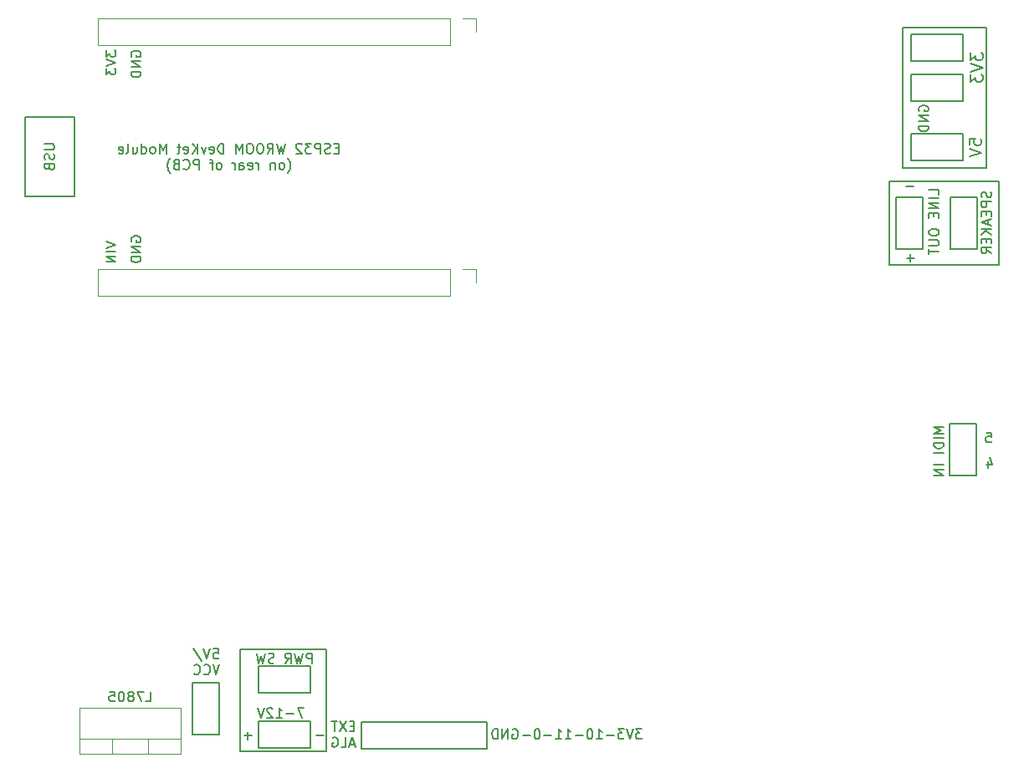
<source format=gbr>
%TF.GenerationSoftware,KiCad,Pcbnew,7.0.9*%
%TF.CreationDate,2024-04-28T18:27:12+01:00*%
%TF.ProjectId,Esp32EduModular,45737033-3245-4647-954d-6f64756c6172,rev?*%
%TF.SameCoordinates,Original*%
%TF.FileFunction,Legend,Bot*%
%TF.FilePolarity,Positive*%
%FSLAX46Y46*%
G04 Gerber Fmt 4.6, Leading zero omitted, Abs format (unit mm)*
G04 Created by KiCad (PCBNEW 7.0.9) date 2024-04-28 18:27:12*
%MOMM*%
%LPD*%
G01*
G04 APERTURE LIST*
%ADD10C,0.150000*%
%ADD11C,0.200000*%
%ADD12C,0.120000*%
G04 APERTURE END LIST*
D10*
X72760000Y-138940000D02*
X81510000Y-138940000D01*
X81510000Y-149220000D01*
X72760000Y-149220000D01*
X72760000Y-138940000D01*
X140690000Y-80660000D02*
X145900000Y-80660000D01*
X145900000Y-83370000D01*
X140690000Y-83370000D01*
X140690000Y-80660000D01*
X51000000Y-85000000D02*
X56000000Y-85000000D01*
X56000000Y-93000000D01*
X51000000Y-93000000D01*
X51000000Y-85000000D01*
X144590000Y-116095000D02*
X147300000Y-116095000D01*
X147300000Y-121305000D01*
X144590000Y-121305000D01*
X144590000Y-116095000D01*
X139100000Y-93115000D02*
X141810000Y-93115000D01*
X141810000Y-98325000D01*
X139100000Y-98325000D01*
X139100000Y-93115000D01*
X144640000Y-93135000D02*
X147350000Y-93135000D01*
X147350000Y-98345000D01*
X144640000Y-98345000D01*
X144640000Y-93135000D01*
X138445000Y-91480000D02*
X149525000Y-91480000D01*
X149525000Y-99970000D01*
X138445000Y-99970000D01*
X138445000Y-91480000D01*
X74655000Y-146240000D02*
X79865000Y-146240000D01*
X79865000Y-148950000D01*
X74655000Y-148950000D01*
X74655000Y-146240000D01*
X85005000Y-146280000D02*
X97755000Y-146280000D01*
X97755000Y-148990000D01*
X85005000Y-148990000D01*
X85005000Y-146280000D01*
X67920000Y-142320000D02*
X70630000Y-142320000D01*
X70630000Y-147530000D01*
X67920000Y-147530000D01*
X67920000Y-142320000D01*
X140660000Y-86660000D02*
X145870000Y-86660000D01*
X145870000Y-89370000D01*
X140660000Y-89370000D01*
X140660000Y-86660000D01*
X74625000Y-140650000D02*
X79835000Y-140650000D01*
X79835000Y-143360000D01*
X74625000Y-143360000D01*
X74625000Y-140650000D01*
X139812498Y-75915000D02*
X148307499Y-75915000D01*
X148307499Y-90160000D01*
X139812498Y-90160000D01*
X139812498Y-75915000D01*
X140690000Y-76640000D02*
X145900000Y-76640000D01*
X145900000Y-79350000D01*
X140690000Y-79350000D01*
X140690000Y-76640000D01*
D11*
X148419523Y-119845552D02*
X148419523Y-120512219D01*
X148657618Y-119464600D02*
X148895713Y-120178885D01*
X148895713Y-120178885D02*
X148276666Y-120178885D01*
D10*
X143479819Y-92865714D02*
X143479819Y-92389524D01*
X143479819Y-92389524D02*
X142479819Y-92389524D01*
X143479819Y-93199048D02*
X142479819Y-93199048D01*
X143479819Y-93675238D02*
X142479819Y-93675238D01*
X142479819Y-93675238D02*
X143479819Y-94246666D01*
X143479819Y-94246666D02*
X142479819Y-94246666D01*
X142956009Y-94722857D02*
X142956009Y-95056190D01*
X143479819Y-95199047D02*
X143479819Y-94722857D01*
X143479819Y-94722857D02*
X142479819Y-94722857D01*
X142479819Y-94722857D02*
X142479819Y-95199047D01*
X142479819Y-96580000D02*
X142479819Y-96770476D01*
X142479819Y-96770476D02*
X142527438Y-96865714D01*
X142527438Y-96865714D02*
X142622676Y-96960952D01*
X142622676Y-96960952D02*
X142813152Y-97008571D01*
X142813152Y-97008571D02*
X143146485Y-97008571D01*
X143146485Y-97008571D02*
X143336961Y-96960952D01*
X143336961Y-96960952D02*
X143432200Y-96865714D01*
X143432200Y-96865714D02*
X143479819Y-96770476D01*
X143479819Y-96770476D02*
X143479819Y-96580000D01*
X143479819Y-96580000D02*
X143432200Y-96484762D01*
X143432200Y-96484762D02*
X143336961Y-96389524D01*
X143336961Y-96389524D02*
X143146485Y-96341905D01*
X143146485Y-96341905D02*
X142813152Y-96341905D01*
X142813152Y-96341905D02*
X142622676Y-96389524D01*
X142622676Y-96389524D02*
X142527438Y-96484762D01*
X142527438Y-96484762D02*
X142479819Y-96580000D01*
X142479819Y-97437143D02*
X143289342Y-97437143D01*
X143289342Y-97437143D02*
X143384580Y-97484762D01*
X143384580Y-97484762D02*
X143432200Y-97532381D01*
X143432200Y-97532381D02*
X143479819Y-97627619D01*
X143479819Y-97627619D02*
X143479819Y-97818095D01*
X143479819Y-97818095D02*
X143432200Y-97913333D01*
X143432200Y-97913333D02*
X143384580Y-97960952D01*
X143384580Y-97960952D02*
X143289342Y-98008571D01*
X143289342Y-98008571D02*
X142479819Y-98008571D01*
X142479819Y-98341905D02*
X142479819Y-98913333D01*
X143479819Y-98627619D02*
X142479819Y-98627619D01*
D11*
X140129048Y-91973733D02*
X140890953Y-91973733D01*
X73930951Y-147676266D02*
X73169047Y-147676266D01*
X73549999Y-148057219D02*
X73549999Y-147295314D01*
X146572742Y-87798720D02*
X146572742Y-87227292D01*
X146572742Y-87227292D02*
X147144171Y-87170149D01*
X147144171Y-87170149D02*
X147087028Y-87227292D01*
X147087028Y-87227292D02*
X147029885Y-87341578D01*
X147029885Y-87341578D02*
X147029885Y-87627292D01*
X147029885Y-87627292D02*
X147087028Y-87741578D01*
X147087028Y-87741578D02*
X147144171Y-87798720D01*
X147144171Y-87798720D02*
X147258457Y-87855863D01*
X147258457Y-87855863D02*
X147544171Y-87855863D01*
X147544171Y-87855863D02*
X147658457Y-87798720D01*
X147658457Y-87798720D02*
X147715600Y-87741578D01*
X147715600Y-87741578D02*
X147772742Y-87627292D01*
X147772742Y-87627292D02*
X147772742Y-87341578D01*
X147772742Y-87341578D02*
X147715600Y-87227292D01*
X147715600Y-87227292D02*
X147658457Y-87170149D01*
X146572742Y-88198720D02*
X147772742Y-88598720D01*
X147772742Y-88598720D02*
X146572742Y-88998720D01*
D10*
X143974819Y-116367620D02*
X142974819Y-116367620D01*
X142974819Y-116367620D02*
X143689104Y-116700953D01*
X143689104Y-116700953D02*
X142974819Y-117034286D01*
X142974819Y-117034286D02*
X143974819Y-117034286D01*
X143974819Y-117510477D02*
X142974819Y-117510477D01*
X143974819Y-117986667D02*
X142974819Y-117986667D01*
X142974819Y-117986667D02*
X142974819Y-118224762D01*
X142974819Y-118224762D02*
X143022438Y-118367619D01*
X143022438Y-118367619D02*
X143117676Y-118462857D01*
X143117676Y-118462857D02*
X143212914Y-118510476D01*
X143212914Y-118510476D02*
X143403390Y-118558095D01*
X143403390Y-118558095D02*
X143546247Y-118558095D01*
X143546247Y-118558095D02*
X143736723Y-118510476D01*
X143736723Y-118510476D02*
X143831961Y-118462857D01*
X143831961Y-118462857D02*
X143927200Y-118367619D01*
X143927200Y-118367619D02*
X143974819Y-118224762D01*
X143974819Y-118224762D02*
X143974819Y-117986667D01*
X143974819Y-118986667D02*
X142974819Y-118986667D01*
X143974819Y-120224762D02*
X142974819Y-120224762D01*
X143974819Y-120700952D02*
X142974819Y-120700952D01*
X142974819Y-120700952D02*
X143974819Y-121272380D01*
X143974819Y-121272380D02*
X142974819Y-121272380D01*
X141487438Y-84370588D02*
X141439819Y-84275350D01*
X141439819Y-84275350D02*
X141439819Y-84132493D01*
X141439819Y-84132493D02*
X141487438Y-83989636D01*
X141487438Y-83989636D02*
X141582676Y-83894398D01*
X141582676Y-83894398D02*
X141677914Y-83846779D01*
X141677914Y-83846779D02*
X141868390Y-83799160D01*
X141868390Y-83799160D02*
X142011247Y-83799160D01*
X142011247Y-83799160D02*
X142201723Y-83846779D01*
X142201723Y-83846779D02*
X142296961Y-83894398D01*
X142296961Y-83894398D02*
X142392200Y-83989636D01*
X142392200Y-83989636D02*
X142439819Y-84132493D01*
X142439819Y-84132493D02*
X142439819Y-84227731D01*
X142439819Y-84227731D02*
X142392200Y-84370588D01*
X142392200Y-84370588D02*
X142344580Y-84418207D01*
X142344580Y-84418207D02*
X142011247Y-84418207D01*
X142011247Y-84418207D02*
X142011247Y-84227731D01*
X142439819Y-84846779D02*
X141439819Y-84846779D01*
X141439819Y-84846779D02*
X142439819Y-85418207D01*
X142439819Y-85418207D02*
X141439819Y-85418207D01*
X142439819Y-85894398D02*
X141439819Y-85894398D01*
X141439819Y-85894398D02*
X141439819Y-86132493D01*
X141439819Y-86132493D02*
X141487438Y-86275350D01*
X141487438Y-86275350D02*
X141582676Y-86370588D01*
X141582676Y-86370588D02*
X141677914Y-86418207D01*
X141677914Y-86418207D02*
X141868390Y-86465826D01*
X141868390Y-86465826D02*
X142011247Y-86465826D01*
X142011247Y-86465826D02*
X142201723Y-86418207D01*
X142201723Y-86418207D02*
X142296961Y-86370588D01*
X142296961Y-86370588D02*
X142392200Y-86275350D01*
X142392200Y-86275350D02*
X142439819Y-86132493D01*
X142439819Y-86132493D02*
X142439819Y-85894398D01*
X148722200Y-92570952D02*
X148769819Y-92713809D01*
X148769819Y-92713809D02*
X148769819Y-92951904D01*
X148769819Y-92951904D02*
X148722200Y-93047142D01*
X148722200Y-93047142D02*
X148674580Y-93094761D01*
X148674580Y-93094761D02*
X148579342Y-93142380D01*
X148579342Y-93142380D02*
X148484104Y-93142380D01*
X148484104Y-93142380D02*
X148388866Y-93094761D01*
X148388866Y-93094761D02*
X148341247Y-93047142D01*
X148341247Y-93047142D02*
X148293628Y-92951904D01*
X148293628Y-92951904D02*
X148246009Y-92761428D01*
X148246009Y-92761428D02*
X148198390Y-92666190D01*
X148198390Y-92666190D02*
X148150771Y-92618571D01*
X148150771Y-92618571D02*
X148055533Y-92570952D01*
X148055533Y-92570952D02*
X147960295Y-92570952D01*
X147960295Y-92570952D02*
X147865057Y-92618571D01*
X147865057Y-92618571D02*
X147817438Y-92666190D01*
X147817438Y-92666190D02*
X147769819Y-92761428D01*
X147769819Y-92761428D02*
X147769819Y-92999523D01*
X147769819Y-92999523D02*
X147817438Y-93142380D01*
X148769819Y-93570952D02*
X147769819Y-93570952D01*
X147769819Y-93570952D02*
X147769819Y-93951904D01*
X147769819Y-93951904D02*
X147817438Y-94047142D01*
X147817438Y-94047142D02*
X147865057Y-94094761D01*
X147865057Y-94094761D02*
X147960295Y-94142380D01*
X147960295Y-94142380D02*
X148103152Y-94142380D01*
X148103152Y-94142380D02*
X148198390Y-94094761D01*
X148198390Y-94094761D02*
X148246009Y-94047142D01*
X148246009Y-94047142D02*
X148293628Y-93951904D01*
X148293628Y-93951904D02*
X148293628Y-93570952D01*
X148246009Y-94570952D02*
X148246009Y-94904285D01*
X148769819Y-95047142D02*
X148769819Y-94570952D01*
X148769819Y-94570952D02*
X147769819Y-94570952D01*
X147769819Y-94570952D02*
X147769819Y-95047142D01*
X148484104Y-95428095D02*
X148484104Y-95904285D01*
X148769819Y-95332857D02*
X147769819Y-95666190D01*
X147769819Y-95666190D02*
X148769819Y-95999523D01*
X148769819Y-96332857D02*
X147769819Y-96332857D01*
X148769819Y-96904285D02*
X148198390Y-96475714D01*
X147769819Y-96904285D02*
X148341247Y-96332857D01*
X148246009Y-97332857D02*
X148246009Y-97666190D01*
X148769819Y-97809047D02*
X148769819Y-97332857D01*
X148769819Y-97332857D02*
X147769819Y-97332857D01*
X147769819Y-97332857D02*
X147769819Y-97809047D01*
X148769819Y-98809047D02*
X148293628Y-98475714D01*
X148769819Y-98237619D02*
X147769819Y-98237619D01*
X147769819Y-98237619D02*
X147769819Y-98618571D01*
X147769819Y-98618571D02*
X147817438Y-98713809D01*
X147817438Y-98713809D02*
X147865057Y-98761428D01*
X147865057Y-98761428D02*
X147960295Y-98809047D01*
X147960295Y-98809047D02*
X148103152Y-98809047D01*
X148103152Y-98809047D02*
X148198390Y-98761428D01*
X148198390Y-98761428D02*
X148246009Y-98713809D01*
X148246009Y-98713809D02*
X148293628Y-98618571D01*
X148293628Y-98618571D02*
X148293628Y-98237619D01*
X61762438Y-97615601D02*
X61714819Y-97520363D01*
X61714819Y-97520363D02*
X61714819Y-97377506D01*
X61714819Y-97377506D02*
X61762438Y-97234649D01*
X61762438Y-97234649D02*
X61857676Y-97139411D01*
X61857676Y-97139411D02*
X61952914Y-97091792D01*
X61952914Y-97091792D02*
X62143390Y-97044173D01*
X62143390Y-97044173D02*
X62286247Y-97044173D01*
X62286247Y-97044173D02*
X62476723Y-97091792D01*
X62476723Y-97091792D02*
X62571961Y-97139411D01*
X62571961Y-97139411D02*
X62667200Y-97234649D01*
X62667200Y-97234649D02*
X62714819Y-97377506D01*
X62714819Y-97377506D02*
X62714819Y-97472744D01*
X62714819Y-97472744D02*
X62667200Y-97615601D01*
X62667200Y-97615601D02*
X62619580Y-97663220D01*
X62619580Y-97663220D02*
X62286247Y-97663220D01*
X62286247Y-97663220D02*
X62286247Y-97472744D01*
X62714819Y-98091792D02*
X61714819Y-98091792D01*
X61714819Y-98091792D02*
X62714819Y-98663220D01*
X62714819Y-98663220D02*
X61714819Y-98663220D01*
X62714819Y-99139411D02*
X61714819Y-99139411D01*
X61714819Y-99139411D02*
X61714819Y-99377506D01*
X61714819Y-99377506D02*
X61762438Y-99520363D01*
X61762438Y-99520363D02*
X61857676Y-99615601D01*
X61857676Y-99615601D02*
X61952914Y-99663220D01*
X61952914Y-99663220D02*
X62143390Y-99710839D01*
X62143390Y-99710839D02*
X62286247Y-99710839D01*
X62286247Y-99710839D02*
X62476723Y-99663220D01*
X62476723Y-99663220D02*
X62571961Y-99615601D01*
X62571961Y-99615601D02*
X62667200Y-99520363D01*
X62667200Y-99520363D02*
X62714819Y-99377506D01*
X62714819Y-99377506D02*
X62714819Y-99139411D01*
D11*
X148271904Y-116952219D02*
X148748094Y-116952219D01*
X148748094Y-116952219D02*
X148795713Y-117428409D01*
X148795713Y-117428409D02*
X148748094Y-117380790D01*
X148748094Y-117380790D02*
X148652856Y-117333171D01*
X148652856Y-117333171D02*
X148414761Y-117333171D01*
X148414761Y-117333171D02*
X148319523Y-117380790D01*
X148319523Y-117380790D02*
X148271904Y-117428409D01*
X148271904Y-117428409D02*
X148224285Y-117523647D01*
X148224285Y-117523647D02*
X148224285Y-117761742D01*
X148224285Y-117761742D02*
X148271904Y-117856980D01*
X148271904Y-117856980D02*
X148319523Y-117904600D01*
X148319523Y-117904600D02*
X148414761Y-117952219D01*
X148414761Y-117952219D02*
X148652856Y-117952219D01*
X148652856Y-117952219D02*
X148748094Y-117904600D01*
X148748094Y-117904600D02*
X148795713Y-117856980D01*
D10*
X80031904Y-140324819D02*
X80031904Y-139324819D01*
X80031904Y-139324819D02*
X79650952Y-139324819D01*
X79650952Y-139324819D02*
X79555714Y-139372438D01*
X79555714Y-139372438D02*
X79508095Y-139420057D01*
X79508095Y-139420057D02*
X79460476Y-139515295D01*
X79460476Y-139515295D02*
X79460476Y-139658152D01*
X79460476Y-139658152D02*
X79508095Y-139753390D01*
X79508095Y-139753390D02*
X79555714Y-139801009D01*
X79555714Y-139801009D02*
X79650952Y-139848628D01*
X79650952Y-139848628D02*
X80031904Y-139848628D01*
X79127142Y-139324819D02*
X78889047Y-140324819D01*
X78889047Y-140324819D02*
X78698571Y-139610533D01*
X78698571Y-139610533D02*
X78508095Y-140324819D01*
X78508095Y-140324819D02*
X78270000Y-139324819D01*
X77317619Y-140324819D02*
X77650952Y-139848628D01*
X77889047Y-140324819D02*
X77889047Y-139324819D01*
X77889047Y-139324819D02*
X77508095Y-139324819D01*
X77508095Y-139324819D02*
X77412857Y-139372438D01*
X77412857Y-139372438D02*
X77365238Y-139420057D01*
X77365238Y-139420057D02*
X77317619Y-139515295D01*
X77317619Y-139515295D02*
X77317619Y-139658152D01*
X77317619Y-139658152D02*
X77365238Y-139753390D01*
X77365238Y-139753390D02*
X77412857Y-139801009D01*
X77412857Y-139801009D02*
X77508095Y-139848628D01*
X77508095Y-139848628D02*
X77889047Y-139848628D01*
X76174761Y-140277200D02*
X76031904Y-140324819D01*
X76031904Y-140324819D02*
X75793809Y-140324819D01*
X75793809Y-140324819D02*
X75698571Y-140277200D01*
X75698571Y-140277200D02*
X75650952Y-140229580D01*
X75650952Y-140229580D02*
X75603333Y-140134342D01*
X75603333Y-140134342D02*
X75603333Y-140039104D01*
X75603333Y-140039104D02*
X75650952Y-139943866D01*
X75650952Y-139943866D02*
X75698571Y-139896247D01*
X75698571Y-139896247D02*
X75793809Y-139848628D01*
X75793809Y-139848628D02*
X75984285Y-139801009D01*
X75984285Y-139801009D02*
X76079523Y-139753390D01*
X76079523Y-139753390D02*
X76127142Y-139705771D01*
X76127142Y-139705771D02*
X76174761Y-139610533D01*
X76174761Y-139610533D02*
X76174761Y-139515295D01*
X76174761Y-139515295D02*
X76127142Y-139420057D01*
X76127142Y-139420057D02*
X76079523Y-139372438D01*
X76079523Y-139372438D02*
X75984285Y-139324819D01*
X75984285Y-139324819D02*
X75746190Y-139324819D01*
X75746190Y-139324819D02*
X75603333Y-139372438D01*
X75269999Y-139324819D02*
X75031904Y-140324819D01*
X75031904Y-140324819D02*
X74841428Y-139610533D01*
X74841428Y-139610533D02*
X74650952Y-140324819D01*
X74650952Y-140324819D02*
X74412857Y-139324819D01*
D11*
X140209048Y-99293733D02*
X140970953Y-99293733D01*
X140590000Y-98912780D02*
X140590000Y-99674685D01*
D10*
X59174819Y-97615602D02*
X60174819Y-97948935D01*
X60174819Y-97948935D02*
X59174819Y-98282268D01*
X60174819Y-98615602D02*
X59174819Y-98615602D01*
X60174819Y-99091792D02*
X59174819Y-99091792D01*
X59174819Y-99091792D02*
X60174819Y-99663220D01*
X60174819Y-99663220D02*
X59174819Y-99663220D01*
X79223332Y-144844819D02*
X78556666Y-144844819D01*
X78556666Y-144844819D02*
X78985237Y-145844819D01*
X78175713Y-145463866D02*
X77413809Y-145463866D01*
X76413809Y-145844819D02*
X76985237Y-145844819D01*
X76699523Y-145844819D02*
X76699523Y-144844819D01*
X76699523Y-144844819D02*
X76794761Y-144987676D01*
X76794761Y-144987676D02*
X76889999Y-145082914D01*
X76889999Y-145082914D02*
X76985237Y-145130533D01*
X76032856Y-144940057D02*
X75985237Y-144892438D01*
X75985237Y-144892438D02*
X75889999Y-144844819D01*
X75889999Y-144844819D02*
X75651904Y-144844819D01*
X75651904Y-144844819D02*
X75556666Y-144892438D01*
X75556666Y-144892438D02*
X75509047Y-144940057D01*
X75509047Y-144940057D02*
X75461428Y-145035295D01*
X75461428Y-145035295D02*
X75461428Y-145130533D01*
X75461428Y-145130533D02*
X75509047Y-145273390D01*
X75509047Y-145273390D02*
X76080475Y-145844819D01*
X76080475Y-145844819D02*
X75461428Y-145844819D01*
X75175713Y-144844819D02*
X74842380Y-145844819D01*
X74842380Y-145844819D02*
X74509047Y-144844819D01*
X82747048Y-88160009D02*
X82413715Y-88160009D01*
X82270858Y-88683819D02*
X82747048Y-88683819D01*
X82747048Y-88683819D02*
X82747048Y-87683819D01*
X82747048Y-87683819D02*
X82270858Y-87683819D01*
X81889905Y-88636200D02*
X81747048Y-88683819D01*
X81747048Y-88683819D02*
X81508953Y-88683819D01*
X81508953Y-88683819D02*
X81413715Y-88636200D01*
X81413715Y-88636200D02*
X81366096Y-88588580D01*
X81366096Y-88588580D02*
X81318477Y-88493342D01*
X81318477Y-88493342D02*
X81318477Y-88398104D01*
X81318477Y-88398104D02*
X81366096Y-88302866D01*
X81366096Y-88302866D02*
X81413715Y-88255247D01*
X81413715Y-88255247D02*
X81508953Y-88207628D01*
X81508953Y-88207628D02*
X81699429Y-88160009D01*
X81699429Y-88160009D02*
X81794667Y-88112390D01*
X81794667Y-88112390D02*
X81842286Y-88064771D01*
X81842286Y-88064771D02*
X81889905Y-87969533D01*
X81889905Y-87969533D02*
X81889905Y-87874295D01*
X81889905Y-87874295D02*
X81842286Y-87779057D01*
X81842286Y-87779057D02*
X81794667Y-87731438D01*
X81794667Y-87731438D02*
X81699429Y-87683819D01*
X81699429Y-87683819D02*
X81461334Y-87683819D01*
X81461334Y-87683819D02*
X81318477Y-87731438D01*
X80889905Y-88683819D02*
X80889905Y-87683819D01*
X80889905Y-87683819D02*
X80508953Y-87683819D01*
X80508953Y-87683819D02*
X80413715Y-87731438D01*
X80413715Y-87731438D02*
X80366096Y-87779057D01*
X80366096Y-87779057D02*
X80318477Y-87874295D01*
X80318477Y-87874295D02*
X80318477Y-88017152D01*
X80318477Y-88017152D02*
X80366096Y-88112390D01*
X80366096Y-88112390D02*
X80413715Y-88160009D01*
X80413715Y-88160009D02*
X80508953Y-88207628D01*
X80508953Y-88207628D02*
X80889905Y-88207628D01*
X79985143Y-87683819D02*
X79366096Y-87683819D01*
X79366096Y-87683819D02*
X79699429Y-88064771D01*
X79699429Y-88064771D02*
X79556572Y-88064771D01*
X79556572Y-88064771D02*
X79461334Y-88112390D01*
X79461334Y-88112390D02*
X79413715Y-88160009D01*
X79413715Y-88160009D02*
X79366096Y-88255247D01*
X79366096Y-88255247D02*
X79366096Y-88493342D01*
X79366096Y-88493342D02*
X79413715Y-88588580D01*
X79413715Y-88588580D02*
X79461334Y-88636200D01*
X79461334Y-88636200D02*
X79556572Y-88683819D01*
X79556572Y-88683819D02*
X79842286Y-88683819D01*
X79842286Y-88683819D02*
X79937524Y-88636200D01*
X79937524Y-88636200D02*
X79985143Y-88588580D01*
X78985143Y-87779057D02*
X78937524Y-87731438D01*
X78937524Y-87731438D02*
X78842286Y-87683819D01*
X78842286Y-87683819D02*
X78604191Y-87683819D01*
X78604191Y-87683819D02*
X78508953Y-87731438D01*
X78508953Y-87731438D02*
X78461334Y-87779057D01*
X78461334Y-87779057D02*
X78413715Y-87874295D01*
X78413715Y-87874295D02*
X78413715Y-87969533D01*
X78413715Y-87969533D02*
X78461334Y-88112390D01*
X78461334Y-88112390D02*
X79032762Y-88683819D01*
X79032762Y-88683819D02*
X78413715Y-88683819D01*
X77318476Y-87683819D02*
X77080381Y-88683819D01*
X77080381Y-88683819D02*
X76889905Y-87969533D01*
X76889905Y-87969533D02*
X76699429Y-88683819D01*
X76699429Y-88683819D02*
X76461334Y-87683819D01*
X75508953Y-88683819D02*
X75842286Y-88207628D01*
X76080381Y-88683819D02*
X76080381Y-87683819D01*
X76080381Y-87683819D02*
X75699429Y-87683819D01*
X75699429Y-87683819D02*
X75604191Y-87731438D01*
X75604191Y-87731438D02*
X75556572Y-87779057D01*
X75556572Y-87779057D02*
X75508953Y-87874295D01*
X75508953Y-87874295D02*
X75508953Y-88017152D01*
X75508953Y-88017152D02*
X75556572Y-88112390D01*
X75556572Y-88112390D02*
X75604191Y-88160009D01*
X75604191Y-88160009D02*
X75699429Y-88207628D01*
X75699429Y-88207628D02*
X76080381Y-88207628D01*
X74889905Y-87683819D02*
X74699429Y-87683819D01*
X74699429Y-87683819D02*
X74604191Y-87731438D01*
X74604191Y-87731438D02*
X74508953Y-87826676D01*
X74508953Y-87826676D02*
X74461334Y-88017152D01*
X74461334Y-88017152D02*
X74461334Y-88350485D01*
X74461334Y-88350485D02*
X74508953Y-88540961D01*
X74508953Y-88540961D02*
X74604191Y-88636200D01*
X74604191Y-88636200D02*
X74699429Y-88683819D01*
X74699429Y-88683819D02*
X74889905Y-88683819D01*
X74889905Y-88683819D02*
X74985143Y-88636200D01*
X74985143Y-88636200D02*
X75080381Y-88540961D01*
X75080381Y-88540961D02*
X75128000Y-88350485D01*
X75128000Y-88350485D02*
X75128000Y-88017152D01*
X75128000Y-88017152D02*
X75080381Y-87826676D01*
X75080381Y-87826676D02*
X74985143Y-87731438D01*
X74985143Y-87731438D02*
X74889905Y-87683819D01*
X73842286Y-87683819D02*
X73651810Y-87683819D01*
X73651810Y-87683819D02*
X73556572Y-87731438D01*
X73556572Y-87731438D02*
X73461334Y-87826676D01*
X73461334Y-87826676D02*
X73413715Y-88017152D01*
X73413715Y-88017152D02*
X73413715Y-88350485D01*
X73413715Y-88350485D02*
X73461334Y-88540961D01*
X73461334Y-88540961D02*
X73556572Y-88636200D01*
X73556572Y-88636200D02*
X73651810Y-88683819D01*
X73651810Y-88683819D02*
X73842286Y-88683819D01*
X73842286Y-88683819D02*
X73937524Y-88636200D01*
X73937524Y-88636200D02*
X74032762Y-88540961D01*
X74032762Y-88540961D02*
X74080381Y-88350485D01*
X74080381Y-88350485D02*
X74080381Y-88017152D01*
X74080381Y-88017152D02*
X74032762Y-87826676D01*
X74032762Y-87826676D02*
X73937524Y-87731438D01*
X73937524Y-87731438D02*
X73842286Y-87683819D01*
X72985143Y-88683819D02*
X72985143Y-87683819D01*
X72985143Y-87683819D02*
X72651810Y-88398104D01*
X72651810Y-88398104D02*
X72318477Y-87683819D01*
X72318477Y-87683819D02*
X72318477Y-88683819D01*
X71080381Y-88683819D02*
X71080381Y-87683819D01*
X71080381Y-87683819D02*
X70842286Y-87683819D01*
X70842286Y-87683819D02*
X70699429Y-87731438D01*
X70699429Y-87731438D02*
X70604191Y-87826676D01*
X70604191Y-87826676D02*
X70556572Y-87921914D01*
X70556572Y-87921914D02*
X70508953Y-88112390D01*
X70508953Y-88112390D02*
X70508953Y-88255247D01*
X70508953Y-88255247D02*
X70556572Y-88445723D01*
X70556572Y-88445723D02*
X70604191Y-88540961D01*
X70604191Y-88540961D02*
X70699429Y-88636200D01*
X70699429Y-88636200D02*
X70842286Y-88683819D01*
X70842286Y-88683819D02*
X71080381Y-88683819D01*
X69699429Y-88636200D02*
X69794667Y-88683819D01*
X69794667Y-88683819D02*
X69985143Y-88683819D01*
X69985143Y-88683819D02*
X70080381Y-88636200D01*
X70080381Y-88636200D02*
X70128000Y-88540961D01*
X70128000Y-88540961D02*
X70128000Y-88160009D01*
X70128000Y-88160009D02*
X70080381Y-88064771D01*
X70080381Y-88064771D02*
X69985143Y-88017152D01*
X69985143Y-88017152D02*
X69794667Y-88017152D01*
X69794667Y-88017152D02*
X69699429Y-88064771D01*
X69699429Y-88064771D02*
X69651810Y-88160009D01*
X69651810Y-88160009D02*
X69651810Y-88255247D01*
X69651810Y-88255247D02*
X70128000Y-88350485D01*
X69318476Y-88017152D02*
X69080381Y-88683819D01*
X69080381Y-88683819D02*
X68842286Y-88017152D01*
X68461333Y-88683819D02*
X68461333Y-87683819D01*
X67889905Y-88683819D02*
X68318476Y-88112390D01*
X67889905Y-87683819D02*
X68461333Y-88255247D01*
X67080381Y-88636200D02*
X67175619Y-88683819D01*
X67175619Y-88683819D02*
X67366095Y-88683819D01*
X67366095Y-88683819D02*
X67461333Y-88636200D01*
X67461333Y-88636200D02*
X67508952Y-88540961D01*
X67508952Y-88540961D02*
X67508952Y-88160009D01*
X67508952Y-88160009D02*
X67461333Y-88064771D01*
X67461333Y-88064771D02*
X67366095Y-88017152D01*
X67366095Y-88017152D02*
X67175619Y-88017152D01*
X67175619Y-88017152D02*
X67080381Y-88064771D01*
X67080381Y-88064771D02*
X67032762Y-88160009D01*
X67032762Y-88160009D02*
X67032762Y-88255247D01*
X67032762Y-88255247D02*
X67508952Y-88350485D01*
X66747047Y-88017152D02*
X66366095Y-88017152D01*
X66604190Y-87683819D02*
X66604190Y-88540961D01*
X66604190Y-88540961D02*
X66556571Y-88636200D01*
X66556571Y-88636200D02*
X66461333Y-88683819D01*
X66461333Y-88683819D02*
X66366095Y-88683819D01*
X65270856Y-88683819D02*
X65270856Y-87683819D01*
X65270856Y-87683819D02*
X64937523Y-88398104D01*
X64937523Y-88398104D02*
X64604190Y-87683819D01*
X64604190Y-87683819D02*
X64604190Y-88683819D01*
X63985142Y-88683819D02*
X64080380Y-88636200D01*
X64080380Y-88636200D02*
X64127999Y-88588580D01*
X64127999Y-88588580D02*
X64175618Y-88493342D01*
X64175618Y-88493342D02*
X64175618Y-88207628D01*
X64175618Y-88207628D02*
X64127999Y-88112390D01*
X64127999Y-88112390D02*
X64080380Y-88064771D01*
X64080380Y-88064771D02*
X63985142Y-88017152D01*
X63985142Y-88017152D02*
X63842285Y-88017152D01*
X63842285Y-88017152D02*
X63747047Y-88064771D01*
X63747047Y-88064771D02*
X63699428Y-88112390D01*
X63699428Y-88112390D02*
X63651809Y-88207628D01*
X63651809Y-88207628D02*
X63651809Y-88493342D01*
X63651809Y-88493342D02*
X63699428Y-88588580D01*
X63699428Y-88588580D02*
X63747047Y-88636200D01*
X63747047Y-88636200D02*
X63842285Y-88683819D01*
X63842285Y-88683819D02*
X63985142Y-88683819D01*
X62794666Y-88683819D02*
X62794666Y-87683819D01*
X62794666Y-88636200D02*
X62889904Y-88683819D01*
X62889904Y-88683819D02*
X63080380Y-88683819D01*
X63080380Y-88683819D02*
X63175618Y-88636200D01*
X63175618Y-88636200D02*
X63223237Y-88588580D01*
X63223237Y-88588580D02*
X63270856Y-88493342D01*
X63270856Y-88493342D02*
X63270856Y-88207628D01*
X63270856Y-88207628D02*
X63223237Y-88112390D01*
X63223237Y-88112390D02*
X63175618Y-88064771D01*
X63175618Y-88064771D02*
X63080380Y-88017152D01*
X63080380Y-88017152D02*
X62889904Y-88017152D01*
X62889904Y-88017152D02*
X62794666Y-88064771D01*
X61889904Y-88017152D02*
X61889904Y-88683819D01*
X62318475Y-88017152D02*
X62318475Y-88540961D01*
X62318475Y-88540961D02*
X62270856Y-88636200D01*
X62270856Y-88636200D02*
X62175618Y-88683819D01*
X62175618Y-88683819D02*
X62032761Y-88683819D01*
X62032761Y-88683819D02*
X61937523Y-88636200D01*
X61937523Y-88636200D02*
X61889904Y-88588580D01*
X61270856Y-88683819D02*
X61366094Y-88636200D01*
X61366094Y-88636200D02*
X61413713Y-88540961D01*
X61413713Y-88540961D02*
X61413713Y-87683819D01*
X60508951Y-88636200D02*
X60604189Y-88683819D01*
X60604189Y-88683819D02*
X60794665Y-88683819D01*
X60794665Y-88683819D02*
X60889903Y-88636200D01*
X60889903Y-88636200D02*
X60937522Y-88540961D01*
X60937522Y-88540961D02*
X60937522Y-88160009D01*
X60937522Y-88160009D02*
X60889903Y-88064771D01*
X60889903Y-88064771D02*
X60794665Y-88017152D01*
X60794665Y-88017152D02*
X60604189Y-88017152D01*
X60604189Y-88017152D02*
X60508951Y-88064771D01*
X60508951Y-88064771D02*
X60461332Y-88160009D01*
X60461332Y-88160009D02*
X60461332Y-88255247D01*
X60461332Y-88255247D02*
X60937522Y-88350485D01*
X77556572Y-90674771D02*
X77604191Y-90627152D01*
X77604191Y-90627152D02*
X77699429Y-90484295D01*
X77699429Y-90484295D02*
X77747048Y-90389057D01*
X77747048Y-90389057D02*
X77794667Y-90246200D01*
X77794667Y-90246200D02*
X77842286Y-90008104D01*
X77842286Y-90008104D02*
X77842286Y-89817628D01*
X77842286Y-89817628D02*
X77794667Y-89579533D01*
X77794667Y-89579533D02*
X77747048Y-89436676D01*
X77747048Y-89436676D02*
X77699429Y-89341438D01*
X77699429Y-89341438D02*
X77604191Y-89198580D01*
X77604191Y-89198580D02*
X77556572Y-89150961D01*
X77032762Y-90293819D02*
X77128000Y-90246200D01*
X77128000Y-90246200D02*
X77175619Y-90198580D01*
X77175619Y-90198580D02*
X77223238Y-90103342D01*
X77223238Y-90103342D02*
X77223238Y-89817628D01*
X77223238Y-89817628D02*
X77175619Y-89722390D01*
X77175619Y-89722390D02*
X77128000Y-89674771D01*
X77128000Y-89674771D02*
X77032762Y-89627152D01*
X77032762Y-89627152D02*
X76889905Y-89627152D01*
X76889905Y-89627152D02*
X76794667Y-89674771D01*
X76794667Y-89674771D02*
X76747048Y-89722390D01*
X76747048Y-89722390D02*
X76699429Y-89817628D01*
X76699429Y-89817628D02*
X76699429Y-90103342D01*
X76699429Y-90103342D02*
X76747048Y-90198580D01*
X76747048Y-90198580D02*
X76794667Y-90246200D01*
X76794667Y-90246200D02*
X76889905Y-90293819D01*
X76889905Y-90293819D02*
X77032762Y-90293819D01*
X76270857Y-89627152D02*
X76270857Y-90293819D01*
X76270857Y-89722390D02*
X76223238Y-89674771D01*
X76223238Y-89674771D02*
X76128000Y-89627152D01*
X76128000Y-89627152D02*
X75985143Y-89627152D01*
X75985143Y-89627152D02*
X75889905Y-89674771D01*
X75889905Y-89674771D02*
X75842286Y-89770009D01*
X75842286Y-89770009D02*
X75842286Y-90293819D01*
X74604190Y-90293819D02*
X74604190Y-89627152D01*
X74604190Y-89817628D02*
X74556571Y-89722390D01*
X74556571Y-89722390D02*
X74508952Y-89674771D01*
X74508952Y-89674771D02*
X74413714Y-89627152D01*
X74413714Y-89627152D02*
X74318476Y-89627152D01*
X73604190Y-90246200D02*
X73699428Y-90293819D01*
X73699428Y-90293819D02*
X73889904Y-90293819D01*
X73889904Y-90293819D02*
X73985142Y-90246200D01*
X73985142Y-90246200D02*
X74032761Y-90150961D01*
X74032761Y-90150961D02*
X74032761Y-89770009D01*
X74032761Y-89770009D02*
X73985142Y-89674771D01*
X73985142Y-89674771D02*
X73889904Y-89627152D01*
X73889904Y-89627152D02*
X73699428Y-89627152D01*
X73699428Y-89627152D02*
X73604190Y-89674771D01*
X73604190Y-89674771D02*
X73556571Y-89770009D01*
X73556571Y-89770009D02*
X73556571Y-89865247D01*
X73556571Y-89865247D02*
X74032761Y-89960485D01*
X72699428Y-90293819D02*
X72699428Y-89770009D01*
X72699428Y-89770009D02*
X72747047Y-89674771D01*
X72747047Y-89674771D02*
X72842285Y-89627152D01*
X72842285Y-89627152D02*
X73032761Y-89627152D01*
X73032761Y-89627152D02*
X73127999Y-89674771D01*
X72699428Y-90246200D02*
X72794666Y-90293819D01*
X72794666Y-90293819D02*
X73032761Y-90293819D01*
X73032761Y-90293819D02*
X73127999Y-90246200D01*
X73127999Y-90246200D02*
X73175618Y-90150961D01*
X73175618Y-90150961D02*
X73175618Y-90055723D01*
X73175618Y-90055723D02*
X73127999Y-89960485D01*
X73127999Y-89960485D02*
X73032761Y-89912866D01*
X73032761Y-89912866D02*
X72794666Y-89912866D01*
X72794666Y-89912866D02*
X72699428Y-89865247D01*
X72223237Y-90293819D02*
X72223237Y-89627152D01*
X72223237Y-89817628D02*
X72175618Y-89722390D01*
X72175618Y-89722390D02*
X72127999Y-89674771D01*
X72127999Y-89674771D02*
X72032761Y-89627152D01*
X72032761Y-89627152D02*
X71937523Y-89627152D01*
X70699427Y-90293819D02*
X70794665Y-90246200D01*
X70794665Y-90246200D02*
X70842284Y-90198580D01*
X70842284Y-90198580D02*
X70889903Y-90103342D01*
X70889903Y-90103342D02*
X70889903Y-89817628D01*
X70889903Y-89817628D02*
X70842284Y-89722390D01*
X70842284Y-89722390D02*
X70794665Y-89674771D01*
X70794665Y-89674771D02*
X70699427Y-89627152D01*
X70699427Y-89627152D02*
X70556570Y-89627152D01*
X70556570Y-89627152D02*
X70461332Y-89674771D01*
X70461332Y-89674771D02*
X70413713Y-89722390D01*
X70413713Y-89722390D02*
X70366094Y-89817628D01*
X70366094Y-89817628D02*
X70366094Y-90103342D01*
X70366094Y-90103342D02*
X70413713Y-90198580D01*
X70413713Y-90198580D02*
X70461332Y-90246200D01*
X70461332Y-90246200D02*
X70556570Y-90293819D01*
X70556570Y-90293819D02*
X70699427Y-90293819D01*
X70080379Y-89627152D02*
X69699427Y-89627152D01*
X69937522Y-90293819D02*
X69937522Y-89436676D01*
X69937522Y-89436676D02*
X69889903Y-89341438D01*
X69889903Y-89341438D02*
X69794665Y-89293819D01*
X69794665Y-89293819D02*
X69699427Y-89293819D01*
X68604188Y-90293819D02*
X68604188Y-89293819D01*
X68604188Y-89293819D02*
X68223236Y-89293819D01*
X68223236Y-89293819D02*
X68127998Y-89341438D01*
X68127998Y-89341438D02*
X68080379Y-89389057D01*
X68080379Y-89389057D02*
X68032760Y-89484295D01*
X68032760Y-89484295D02*
X68032760Y-89627152D01*
X68032760Y-89627152D02*
X68080379Y-89722390D01*
X68080379Y-89722390D02*
X68127998Y-89770009D01*
X68127998Y-89770009D02*
X68223236Y-89817628D01*
X68223236Y-89817628D02*
X68604188Y-89817628D01*
X67032760Y-90198580D02*
X67080379Y-90246200D01*
X67080379Y-90246200D02*
X67223236Y-90293819D01*
X67223236Y-90293819D02*
X67318474Y-90293819D01*
X67318474Y-90293819D02*
X67461331Y-90246200D01*
X67461331Y-90246200D02*
X67556569Y-90150961D01*
X67556569Y-90150961D02*
X67604188Y-90055723D01*
X67604188Y-90055723D02*
X67651807Y-89865247D01*
X67651807Y-89865247D02*
X67651807Y-89722390D01*
X67651807Y-89722390D02*
X67604188Y-89531914D01*
X67604188Y-89531914D02*
X67556569Y-89436676D01*
X67556569Y-89436676D02*
X67461331Y-89341438D01*
X67461331Y-89341438D02*
X67318474Y-89293819D01*
X67318474Y-89293819D02*
X67223236Y-89293819D01*
X67223236Y-89293819D02*
X67080379Y-89341438D01*
X67080379Y-89341438D02*
X67032760Y-89389057D01*
X66270855Y-89770009D02*
X66127998Y-89817628D01*
X66127998Y-89817628D02*
X66080379Y-89865247D01*
X66080379Y-89865247D02*
X66032760Y-89960485D01*
X66032760Y-89960485D02*
X66032760Y-90103342D01*
X66032760Y-90103342D02*
X66080379Y-90198580D01*
X66080379Y-90198580D02*
X66127998Y-90246200D01*
X66127998Y-90246200D02*
X66223236Y-90293819D01*
X66223236Y-90293819D02*
X66604188Y-90293819D01*
X66604188Y-90293819D02*
X66604188Y-89293819D01*
X66604188Y-89293819D02*
X66270855Y-89293819D01*
X66270855Y-89293819D02*
X66175617Y-89341438D01*
X66175617Y-89341438D02*
X66127998Y-89389057D01*
X66127998Y-89389057D02*
X66080379Y-89484295D01*
X66080379Y-89484295D02*
X66080379Y-89579533D01*
X66080379Y-89579533D02*
X66127998Y-89674771D01*
X66127998Y-89674771D02*
X66175617Y-89722390D01*
X66175617Y-89722390D02*
X66270855Y-89770009D01*
X66270855Y-89770009D02*
X66604188Y-89770009D01*
X65699426Y-90674771D02*
X65651807Y-90627152D01*
X65651807Y-90627152D02*
X65556569Y-90484295D01*
X65556569Y-90484295D02*
X65508950Y-90389057D01*
X65508950Y-90389057D02*
X65461331Y-90246200D01*
X65461331Y-90246200D02*
X65413712Y-90008104D01*
X65413712Y-90008104D02*
X65413712Y-89817628D01*
X65413712Y-89817628D02*
X65461331Y-89579533D01*
X65461331Y-89579533D02*
X65508950Y-89436676D01*
X65508950Y-89436676D02*
X65556569Y-89341438D01*
X65556569Y-89341438D02*
X65651807Y-89198580D01*
X65651807Y-89198580D02*
X65699426Y-89150961D01*
D11*
X81230951Y-147656266D02*
X80469047Y-147656266D01*
D10*
X52954819Y-87738095D02*
X53764342Y-87738095D01*
X53764342Y-87738095D02*
X53859580Y-87785714D01*
X53859580Y-87785714D02*
X53907200Y-87833333D01*
X53907200Y-87833333D02*
X53954819Y-87928571D01*
X53954819Y-87928571D02*
X53954819Y-88119047D01*
X53954819Y-88119047D02*
X53907200Y-88214285D01*
X53907200Y-88214285D02*
X53859580Y-88261904D01*
X53859580Y-88261904D02*
X53764342Y-88309523D01*
X53764342Y-88309523D02*
X52954819Y-88309523D01*
X53907200Y-88738095D02*
X53954819Y-88880952D01*
X53954819Y-88880952D02*
X53954819Y-89119047D01*
X53954819Y-89119047D02*
X53907200Y-89214285D01*
X53907200Y-89214285D02*
X53859580Y-89261904D01*
X53859580Y-89261904D02*
X53764342Y-89309523D01*
X53764342Y-89309523D02*
X53669104Y-89309523D01*
X53669104Y-89309523D02*
X53573866Y-89261904D01*
X53573866Y-89261904D02*
X53526247Y-89214285D01*
X53526247Y-89214285D02*
X53478628Y-89119047D01*
X53478628Y-89119047D02*
X53431009Y-88928571D01*
X53431009Y-88928571D02*
X53383390Y-88833333D01*
X53383390Y-88833333D02*
X53335771Y-88785714D01*
X53335771Y-88785714D02*
X53240533Y-88738095D01*
X53240533Y-88738095D02*
X53145295Y-88738095D01*
X53145295Y-88738095D02*
X53050057Y-88785714D01*
X53050057Y-88785714D02*
X53002438Y-88833333D01*
X53002438Y-88833333D02*
X52954819Y-88928571D01*
X52954819Y-88928571D02*
X52954819Y-89166666D01*
X52954819Y-89166666D02*
X53002438Y-89309523D01*
X53431009Y-90071428D02*
X53478628Y-90214285D01*
X53478628Y-90214285D02*
X53526247Y-90261904D01*
X53526247Y-90261904D02*
X53621485Y-90309523D01*
X53621485Y-90309523D02*
X53764342Y-90309523D01*
X53764342Y-90309523D02*
X53859580Y-90261904D01*
X53859580Y-90261904D02*
X53907200Y-90214285D01*
X53907200Y-90214285D02*
X53954819Y-90119047D01*
X53954819Y-90119047D02*
X53954819Y-89738095D01*
X53954819Y-89738095D02*
X52954819Y-89738095D01*
X52954819Y-89738095D02*
X52954819Y-90071428D01*
X52954819Y-90071428D02*
X53002438Y-90166666D01*
X53002438Y-90166666D02*
X53050057Y-90214285D01*
X53050057Y-90214285D02*
X53145295Y-90261904D01*
X53145295Y-90261904D02*
X53240533Y-90261904D01*
X53240533Y-90261904D02*
X53335771Y-90214285D01*
X53335771Y-90214285D02*
X53383390Y-90166666D01*
X53383390Y-90166666D02*
X53431009Y-90071428D01*
X53431009Y-90071428D02*
X53431009Y-89738095D01*
X113430474Y-146999819D02*
X112811427Y-146999819D01*
X112811427Y-146999819D02*
X113144760Y-147380771D01*
X113144760Y-147380771D02*
X113001903Y-147380771D01*
X113001903Y-147380771D02*
X112906665Y-147428390D01*
X112906665Y-147428390D02*
X112859046Y-147476009D01*
X112859046Y-147476009D02*
X112811427Y-147571247D01*
X112811427Y-147571247D02*
X112811427Y-147809342D01*
X112811427Y-147809342D02*
X112859046Y-147904580D01*
X112859046Y-147904580D02*
X112906665Y-147952200D01*
X112906665Y-147952200D02*
X113001903Y-147999819D01*
X113001903Y-147999819D02*
X113287617Y-147999819D01*
X113287617Y-147999819D02*
X113382855Y-147952200D01*
X113382855Y-147952200D02*
X113430474Y-147904580D01*
X112525712Y-146999819D02*
X112192379Y-147999819D01*
X112192379Y-147999819D02*
X111859046Y-146999819D01*
X111620950Y-146999819D02*
X111001903Y-146999819D01*
X111001903Y-146999819D02*
X111335236Y-147380771D01*
X111335236Y-147380771D02*
X111192379Y-147380771D01*
X111192379Y-147380771D02*
X111097141Y-147428390D01*
X111097141Y-147428390D02*
X111049522Y-147476009D01*
X111049522Y-147476009D02*
X111001903Y-147571247D01*
X111001903Y-147571247D02*
X111001903Y-147809342D01*
X111001903Y-147809342D02*
X111049522Y-147904580D01*
X111049522Y-147904580D02*
X111097141Y-147952200D01*
X111097141Y-147952200D02*
X111192379Y-147999819D01*
X111192379Y-147999819D02*
X111478093Y-147999819D01*
X111478093Y-147999819D02*
X111573331Y-147952200D01*
X111573331Y-147952200D02*
X111620950Y-147904580D01*
X110573331Y-147618866D02*
X109811427Y-147618866D01*
X108811427Y-147999819D02*
X109382855Y-147999819D01*
X109097141Y-147999819D02*
X109097141Y-146999819D01*
X109097141Y-146999819D02*
X109192379Y-147142676D01*
X109192379Y-147142676D02*
X109287617Y-147237914D01*
X109287617Y-147237914D02*
X109382855Y-147285533D01*
X108192379Y-146999819D02*
X108097141Y-146999819D01*
X108097141Y-146999819D02*
X108001903Y-147047438D01*
X108001903Y-147047438D02*
X107954284Y-147095057D01*
X107954284Y-147095057D02*
X107906665Y-147190295D01*
X107906665Y-147190295D02*
X107859046Y-147380771D01*
X107859046Y-147380771D02*
X107859046Y-147618866D01*
X107859046Y-147618866D02*
X107906665Y-147809342D01*
X107906665Y-147809342D02*
X107954284Y-147904580D01*
X107954284Y-147904580D02*
X108001903Y-147952200D01*
X108001903Y-147952200D02*
X108097141Y-147999819D01*
X108097141Y-147999819D02*
X108192379Y-147999819D01*
X108192379Y-147999819D02*
X108287617Y-147952200D01*
X108287617Y-147952200D02*
X108335236Y-147904580D01*
X108335236Y-147904580D02*
X108382855Y-147809342D01*
X108382855Y-147809342D02*
X108430474Y-147618866D01*
X108430474Y-147618866D02*
X108430474Y-147380771D01*
X108430474Y-147380771D02*
X108382855Y-147190295D01*
X108382855Y-147190295D02*
X108335236Y-147095057D01*
X108335236Y-147095057D02*
X108287617Y-147047438D01*
X108287617Y-147047438D02*
X108192379Y-146999819D01*
X107430474Y-147618866D02*
X106668570Y-147618866D01*
X105668570Y-147999819D02*
X106239998Y-147999819D01*
X105954284Y-147999819D02*
X105954284Y-146999819D01*
X105954284Y-146999819D02*
X106049522Y-147142676D01*
X106049522Y-147142676D02*
X106144760Y-147237914D01*
X106144760Y-147237914D02*
X106239998Y-147285533D01*
X104716189Y-147999819D02*
X105287617Y-147999819D01*
X105001903Y-147999819D02*
X105001903Y-146999819D01*
X105001903Y-146999819D02*
X105097141Y-147142676D01*
X105097141Y-147142676D02*
X105192379Y-147237914D01*
X105192379Y-147237914D02*
X105287617Y-147285533D01*
X104287617Y-147618866D02*
X103525713Y-147618866D01*
X102859046Y-146999819D02*
X102763808Y-146999819D01*
X102763808Y-146999819D02*
X102668570Y-147047438D01*
X102668570Y-147047438D02*
X102620951Y-147095057D01*
X102620951Y-147095057D02*
X102573332Y-147190295D01*
X102573332Y-147190295D02*
X102525713Y-147380771D01*
X102525713Y-147380771D02*
X102525713Y-147618866D01*
X102525713Y-147618866D02*
X102573332Y-147809342D01*
X102573332Y-147809342D02*
X102620951Y-147904580D01*
X102620951Y-147904580D02*
X102668570Y-147952200D01*
X102668570Y-147952200D02*
X102763808Y-147999819D01*
X102763808Y-147999819D02*
X102859046Y-147999819D01*
X102859046Y-147999819D02*
X102954284Y-147952200D01*
X102954284Y-147952200D02*
X103001903Y-147904580D01*
X103001903Y-147904580D02*
X103049522Y-147809342D01*
X103049522Y-147809342D02*
X103097141Y-147618866D01*
X103097141Y-147618866D02*
X103097141Y-147380771D01*
X103097141Y-147380771D02*
X103049522Y-147190295D01*
X103049522Y-147190295D02*
X103001903Y-147095057D01*
X103001903Y-147095057D02*
X102954284Y-147047438D01*
X102954284Y-147047438D02*
X102859046Y-146999819D01*
X102097141Y-147618866D02*
X101335237Y-147618866D01*
X100335237Y-147047438D02*
X100430475Y-146999819D01*
X100430475Y-146999819D02*
X100573332Y-146999819D01*
X100573332Y-146999819D02*
X100716189Y-147047438D01*
X100716189Y-147047438D02*
X100811427Y-147142676D01*
X100811427Y-147142676D02*
X100859046Y-147237914D01*
X100859046Y-147237914D02*
X100906665Y-147428390D01*
X100906665Y-147428390D02*
X100906665Y-147571247D01*
X100906665Y-147571247D02*
X100859046Y-147761723D01*
X100859046Y-147761723D02*
X100811427Y-147856961D01*
X100811427Y-147856961D02*
X100716189Y-147952200D01*
X100716189Y-147952200D02*
X100573332Y-147999819D01*
X100573332Y-147999819D02*
X100478094Y-147999819D01*
X100478094Y-147999819D02*
X100335237Y-147952200D01*
X100335237Y-147952200D02*
X100287618Y-147904580D01*
X100287618Y-147904580D02*
X100287618Y-147571247D01*
X100287618Y-147571247D02*
X100478094Y-147571247D01*
X99859046Y-147999819D02*
X99859046Y-146999819D01*
X99859046Y-146999819D02*
X99287618Y-147999819D01*
X99287618Y-147999819D02*
X99287618Y-146999819D01*
X98811427Y-147999819D02*
X98811427Y-146999819D01*
X98811427Y-146999819D02*
X98573332Y-146999819D01*
X98573332Y-146999819D02*
X98430475Y-147047438D01*
X98430475Y-147047438D02*
X98335237Y-147142676D01*
X98335237Y-147142676D02*
X98287618Y-147237914D01*
X98287618Y-147237914D02*
X98239999Y-147428390D01*
X98239999Y-147428390D02*
X98239999Y-147571247D01*
X98239999Y-147571247D02*
X98287618Y-147761723D01*
X98287618Y-147761723D02*
X98335237Y-147856961D01*
X98335237Y-147856961D02*
X98430475Y-147952200D01*
X98430475Y-147952200D02*
X98573332Y-147999819D01*
X98573332Y-147999819D02*
X98811427Y-147999819D01*
D11*
X146702742Y-78493006D02*
X146702742Y-79235863D01*
X146702742Y-79235863D02*
X147159885Y-78835863D01*
X147159885Y-78835863D02*
X147159885Y-79007292D01*
X147159885Y-79007292D02*
X147217028Y-79121578D01*
X147217028Y-79121578D02*
X147274171Y-79178720D01*
X147274171Y-79178720D02*
X147388457Y-79235863D01*
X147388457Y-79235863D02*
X147674171Y-79235863D01*
X147674171Y-79235863D02*
X147788457Y-79178720D01*
X147788457Y-79178720D02*
X147845600Y-79121578D01*
X147845600Y-79121578D02*
X147902742Y-79007292D01*
X147902742Y-79007292D02*
X147902742Y-78664435D01*
X147902742Y-78664435D02*
X147845600Y-78550149D01*
X147845600Y-78550149D02*
X147788457Y-78493006D01*
X146702742Y-79578720D02*
X147902742Y-79978720D01*
X147902742Y-79978720D02*
X146702742Y-80378720D01*
X146702742Y-80664434D02*
X146702742Y-81407291D01*
X146702742Y-81407291D02*
X147159885Y-81007291D01*
X147159885Y-81007291D02*
X147159885Y-81178720D01*
X147159885Y-81178720D02*
X147217028Y-81293006D01*
X147217028Y-81293006D02*
X147274171Y-81350148D01*
X147274171Y-81350148D02*
X147388457Y-81407291D01*
X147388457Y-81407291D02*
X147674171Y-81407291D01*
X147674171Y-81407291D02*
X147788457Y-81350148D01*
X147788457Y-81350148D02*
X147845600Y-81293006D01*
X147845600Y-81293006D02*
X147902742Y-81178720D01*
X147902742Y-81178720D02*
X147902742Y-80835863D01*
X147902742Y-80835863D02*
X147845600Y-80721577D01*
X147845600Y-80721577D02*
X147788457Y-80664434D01*
D10*
X84282856Y-146696009D02*
X83949523Y-146696009D01*
X83806666Y-147219819D02*
X84282856Y-147219819D01*
X84282856Y-147219819D02*
X84282856Y-146219819D01*
X84282856Y-146219819D02*
X83806666Y-146219819D01*
X83473332Y-146219819D02*
X82806666Y-147219819D01*
X82806666Y-146219819D02*
X83473332Y-147219819D01*
X82568570Y-146219819D02*
X81997142Y-146219819D01*
X82282856Y-147219819D02*
X82282856Y-146219819D01*
X84354284Y-148544104D02*
X83878094Y-148544104D01*
X84449522Y-148829819D02*
X84116189Y-147829819D01*
X84116189Y-147829819D02*
X83782856Y-148829819D01*
X82973332Y-148829819D02*
X83449522Y-148829819D01*
X83449522Y-148829819D02*
X83449522Y-147829819D01*
X82116189Y-147877438D02*
X82211427Y-147829819D01*
X82211427Y-147829819D02*
X82354284Y-147829819D01*
X82354284Y-147829819D02*
X82497141Y-147877438D01*
X82497141Y-147877438D02*
X82592379Y-147972676D01*
X82592379Y-147972676D02*
X82639998Y-148067914D01*
X82639998Y-148067914D02*
X82687617Y-148258390D01*
X82687617Y-148258390D02*
X82687617Y-148401247D01*
X82687617Y-148401247D02*
X82639998Y-148591723D01*
X82639998Y-148591723D02*
X82592379Y-148686961D01*
X82592379Y-148686961D02*
X82497141Y-148782200D01*
X82497141Y-148782200D02*
X82354284Y-148829819D01*
X82354284Y-148829819D02*
X82259046Y-148829819D01*
X82259046Y-148829819D02*
X82116189Y-148782200D01*
X82116189Y-148782200D02*
X82068570Y-148734580D01*
X82068570Y-148734580D02*
X82068570Y-148401247D01*
X82068570Y-148401247D02*
X82259046Y-148401247D01*
X70054285Y-138859819D02*
X70530475Y-138859819D01*
X70530475Y-138859819D02*
X70578094Y-139336009D01*
X70578094Y-139336009D02*
X70530475Y-139288390D01*
X70530475Y-139288390D02*
X70435237Y-139240771D01*
X70435237Y-139240771D02*
X70197142Y-139240771D01*
X70197142Y-139240771D02*
X70101904Y-139288390D01*
X70101904Y-139288390D02*
X70054285Y-139336009D01*
X70054285Y-139336009D02*
X70006666Y-139431247D01*
X70006666Y-139431247D02*
X70006666Y-139669342D01*
X70006666Y-139669342D02*
X70054285Y-139764580D01*
X70054285Y-139764580D02*
X70101904Y-139812200D01*
X70101904Y-139812200D02*
X70197142Y-139859819D01*
X70197142Y-139859819D02*
X70435237Y-139859819D01*
X70435237Y-139859819D02*
X70530475Y-139812200D01*
X70530475Y-139812200D02*
X70578094Y-139764580D01*
X69720951Y-138859819D02*
X69387618Y-139859819D01*
X69387618Y-139859819D02*
X69054285Y-138859819D01*
X68006666Y-138812200D02*
X68863808Y-140097914D01*
X70673332Y-140469819D02*
X70339999Y-141469819D01*
X70339999Y-141469819D02*
X70006666Y-140469819D01*
X69101904Y-141374580D02*
X69149523Y-141422200D01*
X69149523Y-141422200D02*
X69292380Y-141469819D01*
X69292380Y-141469819D02*
X69387618Y-141469819D01*
X69387618Y-141469819D02*
X69530475Y-141422200D01*
X69530475Y-141422200D02*
X69625713Y-141326961D01*
X69625713Y-141326961D02*
X69673332Y-141231723D01*
X69673332Y-141231723D02*
X69720951Y-141041247D01*
X69720951Y-141041247D02*
X69720951Y-140898390D01*
X69720951Y-140898390D02*
X69673332Y-140707914D01*
X69673332Y-140707914D02*
X69625713Y-140612676D01*
X69625713Y-140612676D02*
X69530475Y-140517438D01*
X69530475Y-140517438D02*
X69387618Y-140469819D01*
X69387618Y-140469819D02*
X69292380Y-140469819D01*
X69292380Y-140469819D02*
X69149523Y-140517438D01*
X69149523Y-140517438D02*
X69101904Y-140565057D01*
X68101904Y-141374580D02*
X68149523Y-141422200D01*
X68149523Y-141422200D02*
X68292380Y-141469819D01*
X68292380Y-141469819D02*
X68387618Y-141469819D01*
X68387618Y-141469819D02*
X68530475Y-141422200D01*
X68530475Y-141422200D02*
X68625713Y-141326961D01*
X68625713Y-141326961D02*
X68673332Y-141231723D01*
X68673332Y-141231723D02*
X68720951Y-141041247D01*
X68720951Y-141041247D02*
X68720951Y-140898390D01*
X68720951Y-140898390D02*
X68673332Y-140707914D01*
X68673332Y-140707914D02*
X68625713Y-140612676D01*
X68625713Y-140612676D02*
X68530475Y-140517438D01*
X68530475Y-140517438D02*
X68387618Y-140469819D01*
X68387618Y-140469819D02*
X68292380Y-140469819D01*
X68292380Y-140469819D02*
X68149523Y-140517438D01*
X68149523Y-140517438D02*
X68101904Y-140565057D01*
X61762438Y-78860588D02*
X61714819Y-78765350D01*
X61714819Y-78765350D02*
X61714819Y-78622493D01*
X61714819Y-78622493D02*
X61762438Y-78479636D01*
X61762438Y-78479636D02*
X61857676Y-78384398D01*
X61857676Y-78384398D02*
X61952914Y-78336779D01*
X61952914Y-78336779D02*
X62143390Y-78289160D01*
X62143390Y-78289160D02*
X62286247Y-78289160D01*
X62286247Y-78289160D02*
X62476723Y-78336779D01*
X62476723Y-78336779D02*
X62571961Y-78384398D01*
X62571961Y-78384398D02*
X62667200Y-78479636D01*
X62667200Y-78479636D02*
X62714819Y-78622493D01*
X62714819Y-78622493D02*
X62714819Y-78717731D01*
X62714819Y-78717731D02*
X62667200Y-78860588D01*
X62667200Y-78860588D02*
X62619580Y-78908207D01*
X62619580Y-78908207D02*
X62286247Y-78908207D01*
X62286247Y-78908207D02*
X62286247Y-78717731D01*
X62714819Y-79336779D02*
X61714819Y-79336779D01*
X61714819Y-79336779D02*
X62714819Y-79908207D01*
X62714819Y-79908207D02*
X61714819Y-79908207D01*
X62714819Y-80384398D02*
X61714819Y-80384398D01*
X61714819Y-80384398D02*
X61714819Y-80622493D01*
X61714819Y-80622493D02*
X61762438Y-80765350D01*
X61762438Y-80765350D02*
X61857676Y-80860588D01*
X61857676Y-80860588D02*
X61952914Y-80908207D01*
X61952914Y-80908207D02*
X62143390Y-80955826D01*
X62143390Y-80955826D02*
X62286247Y-80955826D01*
X62286247Y-80955826D02*
X62476723Y-80908207D01*
X62476723Y-80908207D02*
X62571961Y-80860588D01*
X62571961Y-80860588D02*
X62667200Y-80765350D01*
X62667200Y-80765350D02*
X62714819Y-80622493D01*
X62714819Y-80622493D02*
X62714819Y-80384398D01*
X59174819Y-78241541D02*
X59174819Y-78860588D01*
X59174819Y-78860588D02*
X59555771Y-78527255D01*
X59555771Y-78527255D02*
X59555771Y-78670112D01*
X59555771Y-78670112D02*
X59603390Y-78765350D01*
X59603390Y-78765350D02*
X59651009Y-78812969D01*
X59651009Y-78812969D02*
X59746247Y-78860588D01*
X59746247Y-78860588D02*
X59984342Y-78860588D01*
X59984342Y-78860588D02*
X60079580Y-78812969D01*
X60079580Y-78812969D02*
X60127200Y-78765350D01*
X60127200Y-78765350D02*
X60174819Y-78670112D01*
X60174819Y-78670112D02*
X60174819Y-78384398D01*
X60174819Y-78384398D02*
X60127200Y-78289160D01*
X60127200Y-78289160D02*
X60079580Y-78241541D01*
X59174819Y-79146303D02*
X60174819Y-79479636D01*
X60174819Y-79479636D02*
X59174819Y-79812969D01*
X59174819Y-80051065D02*
X59174819Y-80670112D01*
X59174819Y-80670112D02*
X59555771Y-80336779D01*
X59555771Y-80336779D02*
X59555771Y-80479636D01*
X59555771Y-80479636D02*
X59603390Y-80574874D01*
X59603390Y-80574874D02*
X59651009Y-80622493D01*
X59651009Y-80622493D02*
X59746247Y-80670112D01*
X59746247Y-80670112D02*
X59984342Y-80670112D01*
X59984342Y-80670112D02*
X60079580Y-80622493D01*
X60079580Y-80622493D02*
X60127200Y-80574874D01*
X60127200Y-80574874D02*
X60174819Y-80479636D01*
X60174819Y-80479636D02*
X60174819Y-80193922D01*
X60174819Y-80193922D02*
X60127200Y-80098684D01*
X60127200Y-80098684D02*
X60079580Y-80051065D01*
X63220238Y-144209819D02*
X63696428Y-144209819D01*
X63696428Y-144209819D02*
X63696428Y-143209819D01*
X62982142Y-143209819D02*
X62315476Y-143209819D01*
X62315476Y-143209819D02*
X62744047Y-144209819D01*
X61791666Y-143638390D02*
X61886904Y-143590771D01*
X61886904Y-143590771D02*
X61934523Y-143543152D01*
X61934523Y-143543152D02*
X61982142Y-143447914D01*
X61982142Y-143447914D02*
X61982142Y-143400295D01*
X61982142Y-143400295D02*
X61934523Y-143305057D01*
X61934523Y-143305057D02*
X61886904Y-143257438D01*
X61886904Y-143257438D02*
X61791666Y-143209819D01*
X61791666Y-143209819D02*
X61601190Y-143209819D01*
X61601190Y-143209819D02*
X61505952Y-143257438D01*
X61505952Y-143257438D02*
X61458333Y-143305057D01*
X61458333Y-143305057D02*
X61410714Y-143400295D01*
X61410714Y-143400295D02*
X61410714Y-143447914D01*
X61410714Y-143447914D02*
X61458333Y-143543152D01*
X61458333Y-143543152D02*
X61505952Y-143590771D01*
X61505952Y-143590771D02*
X61601190Y-143638390D01*
X61601190Y-143638390D02*
X61791666Y-143638390D01*
X61791666Y-143638390D02*
X61886904Y-143686009D01*
X61886904Y-143686009D02*
X61934523Y-143733628D01*
X61934523Y-143733628D02*
X61982142Y-143828866D01*
X61982142Y-143828866D02*
X61982142Y-144019342D01*
X61982142Y-144019342D02*
X61934523Y-144114580D01*
X61934523Y-144114580D02*
X61886904Y-144162200D01*
X61886904Y-144162200D02*
X61791666Y-144209819D01*
X61791666Y-144209819D02*
X61601190Y-144209819D01*
X61601190Y-144209819D02*
X61505952Y-144162200D01*
X61505952Y-144162200D02*
X61458333Y-144114580D01*
X61458333Y-144114580D02*
X61410714Y-144019342D01*
X61410714Y-144019342D02*
X61410714Y-143828866D01*
X61410714Y-143828866D02*
X61458333Y-143733628D01*
X61458333Y-143733628D02*
X61505952Y-143686009D01*
X61505952Y-143686009D02*
X61601190Y-143638390D01*
X60791666Y-143209819D02*
X60696428Y-143209819D01*
X60696428Y-143209819D02*
X60601190Y-143257438D01*
X60601190Y-143257438D02*
X60553571Y-143305057D01*
X60553571Y-143305057D02*
X60505952Y-143400295D01*
X60505952Y-143400295D02*
X60458333Y-143590771D01*
X60458333Y-143590771D02*
X60458333Y-143828866D01*
X60458333Y-143828866D02*
X60505952Y-144019342D01*
X60505952Y-144019342D02*
X60553571Y-144114580D01*
X60553571Y-144114580D02*
X60601190Y-144162200D01*
X60601190Y-144162200D02*
X60696428Y-144209819D01*
X60696428Y-144209819D02*
X60791666Y-144209819D01*
X60791666Y-144209819D02*
X60886904Y-144162200D01*
X60886904Y-144162200D02*
X60934523Y-144114580D01*
X60934523Y-144114580D02*
X60982142Y-144019342D01*
X60982142Y-144019342D02*
X61029761Y-143828866D01*
X61029761Y-143828866D02*
X61029761Y-143590771D01*
X61029761Y-143590771D02*
X60982142Y-143400295D01*
X60982142Y-143400295D02*
X60934523Y-143305057D01*
X60934523Y-143305057D02*
X60886904Y-143257438D01*
X60886904Y-143257438D02*
X60791666Y-143209819D01*
X59553571Y-143209819D02*
X60029761Y-143209819D01*
X60029761Y-143209819D02*
X60077380Y-143686009D01*
X60077380Y-143686009D02*
X60029761Y-143638390D01*
X60029761Y-143638390D02*
X59934523Y-143590771D01*
X59934523Y-143590771D02*
X59696428Y-143590771D01*
X59696428Y-143590771D02*
X59601190Y-143638390D01*
X59601190Y-143638390D02*
X59553571Y-143686009D01*
X59553571Y-143686009D02*
X59505952Y-143781247D01*
X59505952Y-143781247D02*
X59505952Y-144019342D01*
X59505952Y-144019342D02*
X59553571Y-144114580D01*
X59553571Y-144114580D02*
X59601190Y-144162200D01*
X59601190Y-144162200D02*
X59696428Y-144209819D01*
X59696428Y-144209819D02*
X59934523Y-144209819D01*
X59934523Y-144209819D02*
X60029761Y-144162200D01*
X60029761Y-144162200D02*
X60077380Y-144114580D01*
D12*
%TO.C,J26*%
X58390000Y-77690000D02*
X58390000Y-75030000D01*
X94010000Y-77690000D02*
X58390000Y-77690000D01*
X94010000Y-77690000D02*
X94010000Y-75030000D01*
X96610000Y-76360000D02*
X96610000Y-75030000D01*
X94010000Y-75030000D02*
X58390000Y-75030000D01*
X96610000Y-75030000D02*
X95280000Y-75030000D01*
%TO.C,U6*%
X56505000Y-144884000D02*
X66745000Y-144884000D01*
X56505000Y-148015000D02*
X66745000Y-148015000D01*
X56505000Y-149525000D02*
X56505000Y-144884000D01*
X56505000Y-149525000D02*
X66745000Y-149525000D01*
X59775000Y-149525000D02*
X59775000Y-148015000D01*
X63476000Y-149525000D02*
X63476000Y-148015000D01*
X66745000Y-149525000D02*
X66745000Y-144884000D01*
%TO.C,J14*%
X58390000Y-103090000D02*
X58390000Y-100430000D01*
X94010000Y-103090000D02*
X58390000Y-103090000D01*
X94010000Y-103090000D02*
X94010000Y-100430000D01*
X96610000Y-101760000D02*
X96610000Y-100430000D01*
X94010000Y-100430000D02*
X58390000Y-100430000D01*
X96610000Y-100430000D02*
X95280000Y-100430000D01*
%TD*%
M02*

</source>
